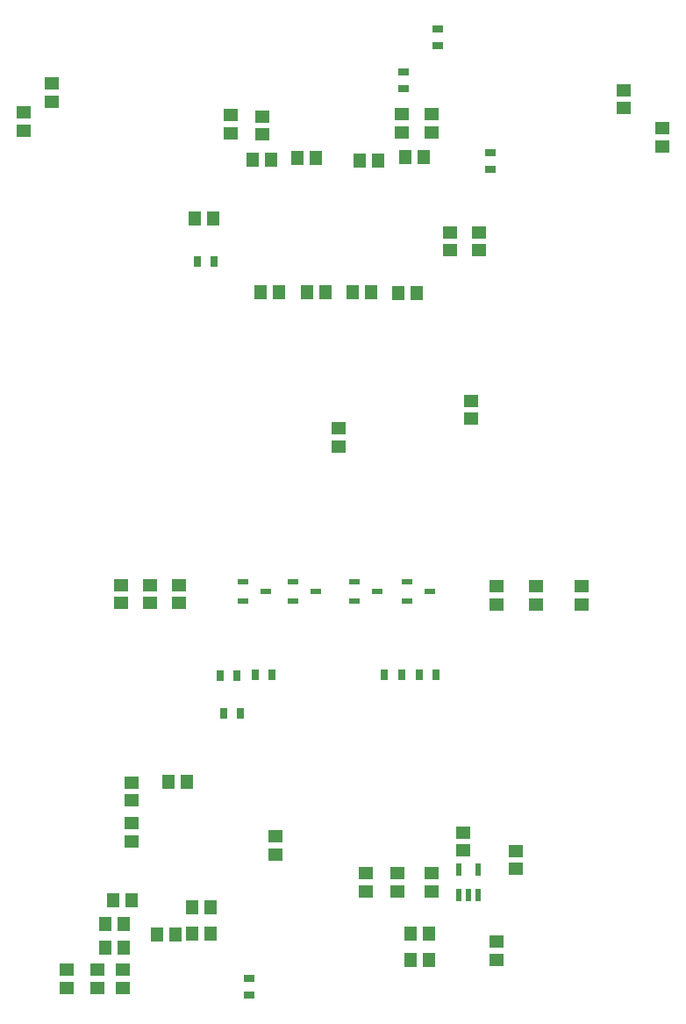
<source format=gbr>
G04 EAGLE Gerber RS-274X export*
G75*
%MOMM*%
%FSLAX34Y34*%
%LPD*%
%INSolderpaste Bottom*%
%IPPOS*%
%AMOC8*
5,1,8,0,0,1.08239X$1,22.5*%
G01*
%ADD10R,1.164600X1.465300*%
%ADD11R,1.465300X1.164600*%
%ADD12R,0.600000X1.200000*%
%ADD13R,1.050000X0.600000*%
%ADD14R,0.973900X0.798700*%
%ADD15R,0.798700X0.973900*%


D10*
X90554Y-392990D03*
X73046Y-392990D03*
X73046Y-418390D03*
X90554Y-418390D03*
D11*
X-196330Y-264584D03*
X-196330Y-247076D03*
D10*
X78274Y225400D03*
X60766Y225400D03*
D11*
X131500Y121184D03*
X131500Y103676D03*
X123710Y-295336D03*
X123710Y-312844D03*
X29730Y-352214D03*
X29730Y-334706D03*
X155460Y-400746D03*
X155460Y-418254D03*
X-196330Y-303954D03*
X-196330Y-286446D03*
X3060Y77046D03*
X3060Y94554D03*
X60210Y-352214D03*
X60210Y-334706D03*
X93230Y-352214D03*
X93230Y-334706D03*
X-259300Y-428046D03*
X-259300Y-445554D03*
X-229720Y-427856D03*
X-229720Y-445364D03*
X-204790Y-445294D03*
X-204790Y-427786D03*
D10*
X-154176Y-393870D03*
X-171684Y-393870D03*
X-120266Y-392990D03*
X-137774Y-392990D03*
X-120266Y-367590D03*
X-137774Y-367590D03*
X-221594Y-406960D03*
X-204086Y-406960D03*
X-221594Y-384100D03*
X-204086Y-384100D03*
X-213974Y-361240D03*
X-196466Y-361240D03*
X-9776Y225500D03*
X-27284Y225500D03*
X34674Y225500D03*
X17166Y225500D03*
X-54226Y225500D03*
X-71734Y225500D03*
D11*
X111010Y266276D03*
X111010Y283784D03*
D10*
X23516Y352500D03*
X41024Y352500D03*
X-117726Y296620D03*
X-135234Y296620D03*
D11*
X138950Y266276D03*
X138950Y283784D03*
X64160Y380106D03*
X64160Y397614D03*
X93370Y380106D03*
X93370Y397614D03*
D10*
X-36174Y355040D03*
X-18666Y355040D03*
X-79354Y353770D03*
X-61846Y353770D03*
D11*
X-101080Y379306D03*
X-101080Y396814D03*
X-70600Y378036D03*
X-70600Y395544D03*
D10*
X85474Y356310D03*
X67966Y356310D03*
D11*
X-151080Y-56576D03*
X-151080Y-74084D03*
X-179020Y-74084D03*
X-179020Y-56576D03*
X193560Y-75354D03*
X193560Y-57846D03*
X155460Y-57846D03*
X155460Y-75354D03*
X-206960Y-74084D03*
X-206960Y-56576D03*
X238010Y-75354D03*
X238010Y-57846D03*
X174510Y-313116D03*
X174510Y-330624D03*
D10*
X-160634Y-246940D03*
X-143126Y-246940D03*
D11*
X-57900Y-316654D03*
X-57900Y-299146D03*
X315480Y366606D03*
X315480Y384114D03*
X278650Y403436D03*
X278650Y420944D03*
X-300470Y381846D03*
X-300470Y399354D03*
X-273800Y409786D03*
X-273800Y427294D03*
D12*
X138220Y-355990D03*
X128720Y-355990D03*
X119220Y-355990D03*
X119220Y-330990D03*
X138220Y-330990D03*
D13*
X-89220Y-72290D03*
X-89220Y-53290D03*
X-67220Y-62790D03*
X-40960Y-72290D03*
X-40960Y-53290D03*
X-18960Y-62790D03*
X18730Y-72290D03*
X18730Y-53290D03*
X40730Y-62790D03*
X69530Y-72290D03*
X69530Y-53290D03*
X91530Y-62790D03*
D14*
X-83300Y-436376D03*
X-83300Y-452680D03*
D15*
X81240Y-143650D03*
X97544Y-143650D03*
X47560Y-143470D03*
X63864Y-143470D03*
X-60770Y-143400D03*
X-77074Y-143400D03*
X-94780Y-144380D03*
X-111084Y-144380D03*
D14*
X65550Y421936D03*
X65550Y438240D03*
X98850Y463980D03*
X98850Y480284D03*
D15*
X-133300Y255530D03*
X-116996Y255530D03*
D14*
X149560Y360714D03*
X149560Y344410D03*
D15*
X-91686Y-180350D03*
X-107990Y-180350D03*
M02*

</source>
